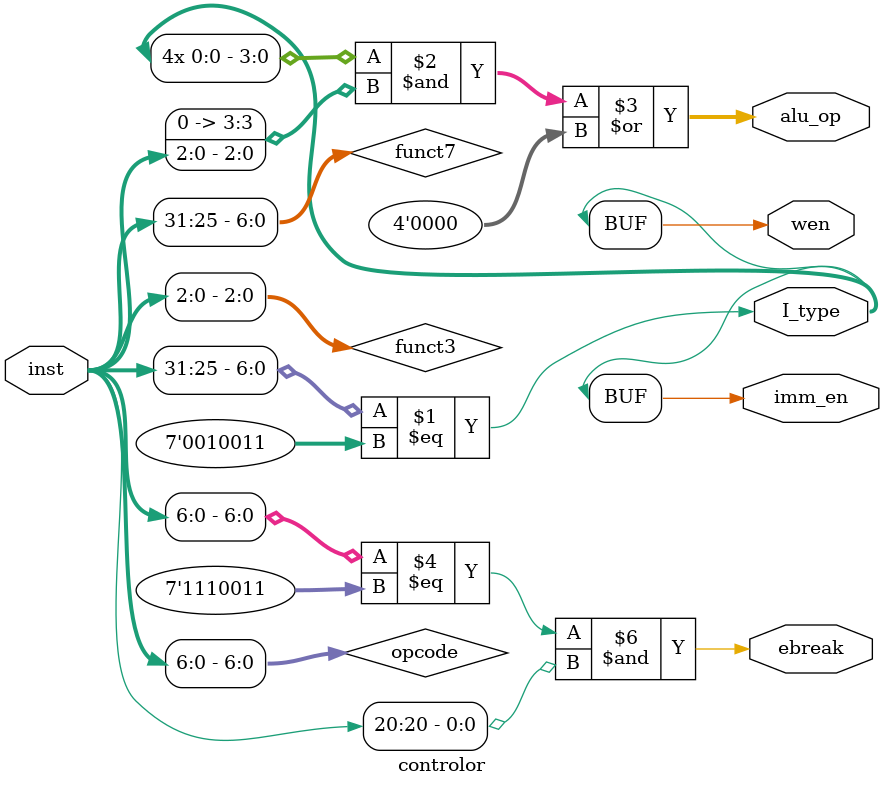
<source format=v>
module controlor (
  input   wire  [31:0]  inst    ,

  output  wire          imm_en  ,
  output  wire          I_type  ,
  output  wire          wen     ,

  output  wire  [3:0]   alu_op  ,
  output  wire          ebreak 

);

  wire  [6:0] opcode = inst[6:0] ;
  wire  [2:0] funct3 = inst[2:0] ;
  wire  [6:0] funct7 = inst[31:25];

  assign  I_type = ( funct7==7'b0010011 );
  assign  alu_op = ( {4{I_type}} & {1'b0,funct3} ) | 
                   ( 4'b0 ) ;
  assign wen = I_type ;
  assign  ebreak = ( opcode==7'b1110011 ) & ( inst[20]==1'b1 ) ;
  assign  imm_en = I_type;

  initial begin
    if( inst == inst) ;
  end

endmodule


</source>
